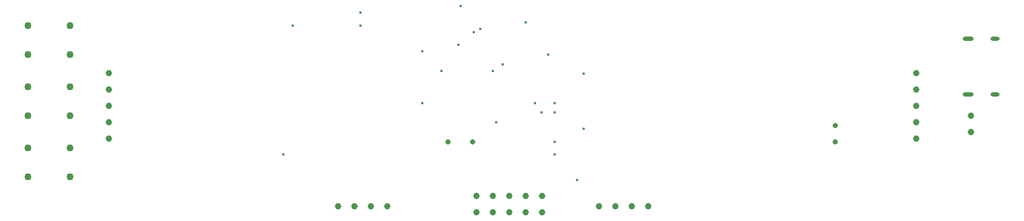
<source format=gbr>
%TF.GenerationSoftware,KiCad,Pcbnew,7.0.2*%
%TF.CreationDate,2024-10-16T20:37:47+05:30*%
%TF.ProjectId,digitalClock,64696769-7461-46c4-936c-6f636b2e6b69,rev?*%
%TF.SameCoordinates,Original*%
%TF.FileFunction,Plated,1,2,PTH,Mixed*%
%TF.FilePolarity,Positive*%
%FSLAX46Y46*%
G04 Gerber Fmt 4.6, Leading zero omitted, Abs format (unit mm)*
G04 Created by KiCad (PCBNEW 7.0.2) date 2024-10-16 20:37:47*
%MOMM*%
%LPD*%
G01*
G04 APERTURE LIST*
%TA.AperFunction,ViaDrill*%
%ADD10C,0.400000*%
%TD*%
G04 aperture for slot hole*
%TA.AperFunction,ComponentDrill*%
%ADD11O,1.700000X0.600000*%
%TD*%
G04 aperture for slot hole*
%TA.AperFunction,ComponentDrill*%
%ADD12O,1.400000X0.600000*%
%TD*%
%TA.AperFunction,ComponentDrill*%
%ADD13C,0.800000*%
%TD*%
%TA.AperFunction,ComponentDrill*%
%ADD14C,1.000000*%
%TD*%
%TA.AperFunction,ComponentDrill*%
%ADD15C,1.100000*%
%TD*%
G04 APERTURE END LIST*
D10*
X110500000Y-107000000D03*
X112000000Y-87000000D03*
X122500000Y-85000000D03*
X122500000Y-87000000D03*
X132000000Y-91000000D03*
X132000000Y-99000000D03*
X135000000Y-94000000D03*
X137600000Y-90000000D03*
X138000000Y-84000000D03*
X140000000Y-88000000D03*
X141000000Y-87500000D03*
X143000000Y-94000000D03*
X143500000Y-102000000D03*
X144500000Y-93000000D03*
X148000000Y-86500000D03*
X149500000Y-99000000D03*
X150500000Y-100500000D03*
X151500000Y-91500000D03*
X152500000Y-99000000D03*
X152500000Y-100500000D03*
X152500000Y-105000000D03*
X152500000Y-107000000D03*
X156000000Y-111000000D03*
X157000000Y-94500000D03*
X157000000Y-103000000D03*
D11*
%TO.C,J7*%
X216500000Y-89000000D03*
X216500000Y-97640000D03*
D12*
X220680000Y-89000000D03*
X220680000Y-97640000D03*
D13*
%TO.C,Y1*%
X136000000Y-105000000D03*
X139800000Y-105000000D03*
%TO.C,C5*%
X196000000Y-102500000D03*
X196000000Y-105000000D03*
D14*
%TO.C,J5*%
X83500000Y-94340000D03*
X83500000Y-96880000D03*
X83500000Y-99420000D03*
X83500000Y-101960000D03*
X83500000Y-104500000D03*
%TO.C,J2*%
X118960000Y-115000000D03*
X121500000Y-115000000D03*
X124040000Y-115000000D03*
X126580000Y-115000000D03*
%TO.C,J6*%
X140460000Y-113460000D03*
X140460000Y-116000000D03*
X143000000Y-113460000D03*
X143000000Y-116000000D03*
X145540000Y-113460000D03*
X145540000Y-116000000D03*
X148080000Y-113460000D03*
X148080000Y-116000000D03*
X150620000Y-113460000D03*
X150620000Y-116000000D03*
%TO.C,J4*%
X159380000Y-115000000D03*
X161920000Y-115000000D03*
X164460000Y-115000000D03*
X167000000Y-115000000D03*
%TO.C,J3*%
X208500000Y-94340000D03*
X208500000Y-96880000D03*
X208500000Y-99420000D03*
X208500000Y-101960000D03*
X208500000Y-104500000D03*
%TO.C,J1*%
X217000000Y-101000000D03*
X217000000Y-103540000D03*
D15*
%TO.C,SW1*%
X71000000Y-87000000D03*
X71000000Y-91500000D03*
%TO.C,SW2*%
X71000000Y-96500000D03*
X71000000Y-101000000D03*
%TO.C,SW3*%
X71000000Y-106000000D03*
X71000000Y-110500000D03*
%TO.C,SW1*%
X77500000Y-87000000D03*
X77500000Y-91500000D03*
%TO.C,SW2*%
X77500000Y-96500000D03*
X77500000Y-101000000D03*
%TO.C,SW3*%
X77500000Y-106000000D03*
X77500000Y-110500000D03*
M02*

</source>
